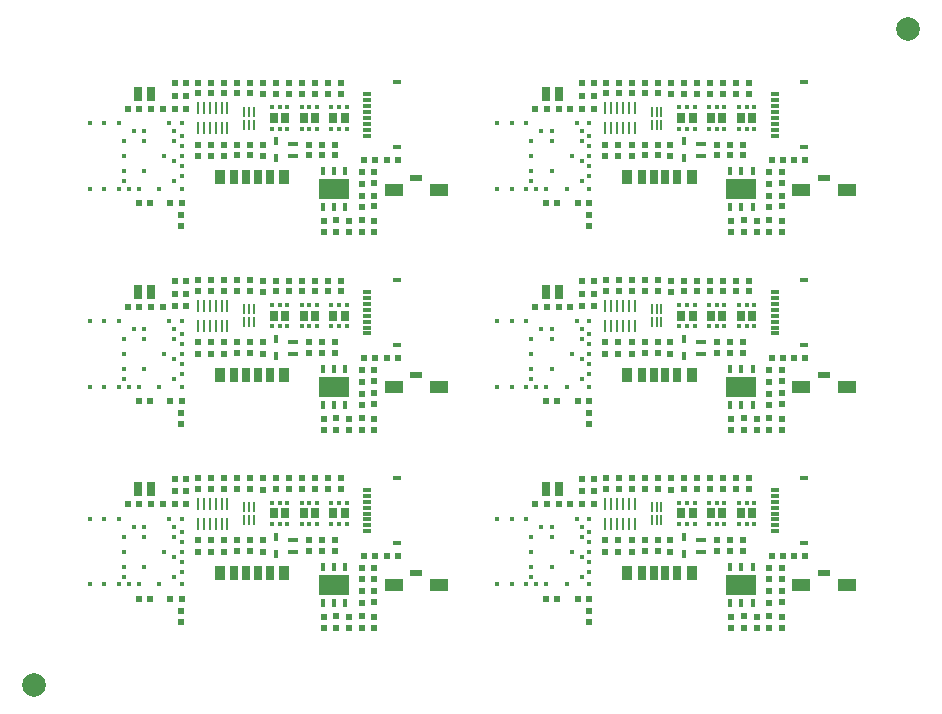
<source format=gbr>
%TF.GenerationSoftware,KiCad,Pcbnew,7.0.9-7.0.9~ubuntu22.04.1*%
%TF.CreationDate,2023-11-19T15:44:39-06:00*%
%TF.ProjectId,BT_PANELIZED,42545f50-414e-4454-9c49-5a45442e6b69,000*%
%TF.SameCoordinates,Original*%
%TF.FileFunction,Paste,Top*%
%TF.FilePolarity,Positive*%
%FSLAX46Y46*%
G04 Gerber Fmt 4.6, Leading zero omitted, Abs format (unit mm)*
G04 Created by KiCad (PCBNEW 7.0.9-7.0.9~ubuntu22.04.1) date 2023-11-19 15:44:39*
%MOMM*%
%LPD*%
G01*
G04 APERTURE LIST*
%ADD10C,2.000000*%
%ADD11R,0.550000X0.500000*%
%ADD12R,0.500000X0.550000*%
%ADD13R,0.600000X0.490000*%
%ADD14R,0.490000X0.600000*%
%ADD15R,0.400000X0.400000*%
%ADD16R,0.500000X0.500000*%
%ADD17R,1.650000X1.050000*%
%ADD18R,1.100000X0.600000*%
%ADD19R,0.250000X1.000000*%
%ADD20R,0.700000X1.150000*%
%ADD21R,0.800000X1.150000*%
%ADD22R,0.900000X1.150000*%
%ADD23R,0.200000X0.850000*%
%ADD24R,0.350000X0.400000*%
%ADD25R,0.650000X0.900000*%
%ADD26R,0.838200X0.406400*%
%ADD27R,0.800000X0.300000*%
%ADD28R,0.800000X0.400000*%
%ADD29R,0.400000X0.800000*%
%ADD30R,2.500000X1.750000*%
%ADD31R,0.700000X1.200000*%
%ADD32R,0.420000X0.700000*%
G04 APERTURE END LIST*
D10*
%TO.C,REF\u002A\u002A*%
X175314263Y-33950000D03*
%TD*%
%TO.C,REF\u002A\u002A*%
X101335737Y-89510000D03*
%TD*%
D11*
%TO.C,C3*%
X163550000Y-82550000D03*
X163550000Y-81570000D03*
%TD*%
D12*
%TO.C,C10*%
X148690000Y-74190000D03*
X147710000Y-74190000D03*
%TD*%
D13*
%TO.C,R15*%
X159110000Y-78147000D03*
X159110000Y-77233000D03*
%TD*%
%TO.C,R6*%
X113780000Y-50657000D03*
X113780000Y-49743000D03*
%TD*%
D11*
%TO.C,C5*%
X115200000Y-43740000D03*
X115200000Y-44720000D03*
%TD*%
D12*
%TO.C,C12*%
X148690000Y-73110000D03*
X147710000Y-73110000D03*
%TD*%
D14*
%TO.C,R18*%
X166597000Y-45030000D03*
X165683000Y-45030000D03*
%TD*%
D15*
%TO.C,U4*%
X140557000Y-80975000D03*
X141777000Y-80975000D03*
X143005000Y-80975000D03*
X143430000Y-80325000D03*
X143855000Y-80975000D03*
X144705000Y-80975000D03*
X146405000Y-80975000D03*
X147680000Y-80325000D03*
X148335000Y-80975000D03*
X148335000Y-79900000D03*
X148335000Y-79050000D03*
X147680000Y-78625000D03*
X148335000Y-78200000D03*
X148335000Y-77350000D03*
X147680000Y-76925000D03*
X148335000Y-76500000D03*
X147680000Y-76075000D03*
X148335000Y-75425000D03*
X147255000Y-75425000D03*
X145130000Y-76075000D03*
X144280000Y-76075000D03*
X143005000Y-75425000D03*
X141777000Y-75425000D03*
X140557000Y-75425000D03*
X143430000Y-79475000D03*
X145130000Y-79475000D03*
X146830000Y-78200000D03*
X145130000Y-76925000D03*
X143430000Y-76925000D03*
X143430000Y-78200000D03*
%TD*%
%TO.C,U4*%
X106057000Y-64225000D03*
X107277000Y-64225000D03*
X108505000Y-64225000D03*
X108930000Y-63575000D03*
X109355000Y-64225000D03*
X110205000Y-64225000D03*
X111905000Y-64225000D03*
X113180000Y-63575000D03*
X113835000Y-64225000D03*
X113835000Y-63150000D03*
X113835000Y-62300000D03*
X113180000Y-61875000D03*
X113835000Y-61450000D03*
X113835000Y-60600000D03*
X113180000Y-60175000D03*
X113835000Y-59750000D03*
X113180000Y-59325000D03*
X113835000Y-58675000D03*
X112755000Y-58675000D03*
X110630000Y-59325000D03*
X109780000Y-59325000D03*
X108505000Y-58675000D03*
X107277000Y-58675000D03*
X106057000Y-58675000D03*
X108930000Y-62725000D03*
X110630000Y-62725000D03*
X112330000Y-61450000D03*
X110630000Y-60175000D03*
X108930000Y-60175000D03*
X108930000Y-61450000D03*
%TD*%
D13*
%TO.C,R12*%
X126810000Y-43733000D03*
X126810000Y-44647000D03*
%TD*%
D16*
%TO.C,D2*%
X163565000Y-50137000D03*
X163565000Y-51137000D03*
%TD*%
D13*
%TO.C,R5*%
X162490000Y-66980000D03*
X162490000Y-67894000D03*
%TD*%
D17*
%TO.C,SW1*%
X166265000Y-81055000D03*
X170115000Y-81055000D03*
D18*
X168190000Y-80030000D03*
%TD*%
D12*
%TO.C,C11*%
X112850000Y-65460000D03*
X113830000Y-65460000D03*
%TD*%
D17*
%TO.C,SW1*%
X131765000Y-81055000D03*
X135615000Y-81055000D03*
D18*
X133690000Y-80030000D03*
%TD*%
D14*
%TO.C,R18*%
X132097000Y-45030000D03*
X131183000Y-45030000D03*
%TD*%
D13*
%TO.C,R16*%
X158520000Y-39417000D03*
X158520000Y-38503000D03*
%TD*%
D19*
%TO.C,U3*%
X115190000Y-59100000D03*
X115690000Y-59100000D03*
X116190000Y-59100000D03*
X116690000Y-59100000D03*
X117190000Y-59100000D03*
X117690000Y-59100000D03*
X117690000Y-57400000D03*
X117190000Y-57400000D03*
X116690000Y-57400000D03*
X116190000Y-57400000D03*
X115690000Y-57400000D03*
X115190000Y-57400000D03*
%TD*%
D13*
%TO.C,R4*%
X119640000Y-56159000D03*
X119640000Y-55245000D03*
%TD*%
D16*
%TO.C,D3*%
X126915000Y-66887000D03*
X126915000Y-67887000D03*
%TD*%
D13*
%TO.C,R4*%
X154140000Y-39409000D03*
X154140000Y-38495000D03*
%TD*%
D11*
%TO.C,C4*%
X163550000Y-62830000D03*
X163550000Y-63810000D03*
%TD*%
D16*
%TO.C,D3*%
X126915000Y-83637000D03*
X126915000Y-84637000D03*
%TD*%
D20*
%TO.C,J1*%
X119270000Y-79990000D03*
D21*
X121290000Y-79990000D03*
D22*
X122520000Y-79990000D03*
D20*
X120270000Y-79990000D03*
D21*
X118250000Y-79990000D03*
D22*
X117020000Y-79990000D03*
%TD*%
D13*
%TO.C,R26*%
X157420000Y-56167000D03*
X157420000Y-55253000D03*
%TD*%
D11*
%TO.C,C2*%
X120730000Y-39480000D03*
X120730000Y-38500000D03*
%TD*%
%TO.C,C5*%
X149700000Y-43740000D03*
X149700000Y-44720000D03*
%TD*%
D13*
%TO.C,R5*%
X162490000Y-83730000D03*
X162490000Y-84644000D03*
%TD*%
%TO.C,R6*%
X148280000Y-84157000D03*
X148280000Y-83243000D03*
%TD*%
%TO.C,R26*%
X122920000Y-39417000D03*
X122920000Y-38503000D03*
%TD*%
%TO.C,R3*%
X118540000Y-56159000D03*
X118540000Y-55245000D03*
%TD*%
D12*
%TO.C,C11*%
X147350000Y-48710000D03*
X148330000Y-48710000D03*
%TD*%
D23*
%TO.C,U1*%
X119920000Y-74440000D03*
X119520000Y-74440000D03*
X119120000Y-74440000D03*
X119120000Y-75540000D03*
X119520000Y-75540000D03*
X119920000Y-75540000D03*
%TD*%
D13*
%TO.C,R16*%
X124020000Y-39417000D03*
X124020000Y-38503000D03*
%TD*%
%TO.C,R23*%
X130140000Y-62823000D03*
X130140000Y-63737000D03*
%TD*%
D14*
%TO.C,R21*%
X111107000Y-48700000D03*
X110193000Y-48700000D03*
%TD*%
D16*
%TO.C,D2*%
X163565000Y-66887000D03*
X163565000Y-67887000D03*
%TD*%
D24*
%TO.C,U7*%
X127790000Y-74060000D03*
X127140000Y-74060000D03*
X126490000Y-74060000D03*
X126490000Y-75880000D03*
X127140000Y-75880000D03*
X127790000Y-75880000D03*
D25*
X126665000Y-74970000D03*
X127615000Y-74970000D03*
%TD*%
D13*
%TO.C,R1*%
X118510000Y-78147000D03*
X118510000Y-77233000D03*
%TD*%
%TO.C,R1*%
X118510000Y-61397000D03*
X118510000Y-60483000D03*
%TD*%
D19*
%TO.C,U3*%
X149690000Y-75850000D03*
X150190000Y-75850000D03*
X150690000Y-75850000D03*
X151190000Y-75850000D03*
X151690000Y-75850000D03*
X152190000Y-75850000D03*
X152190000Y-74150000D03*
X151690000Y-74150000D03*
X151190000Y-74150000D03*
X150690000Y-74150000D03*
X150190000Y-74150000D03*
X149690000Y-74150000D03*
%TD*%
D11*
%TO.C,C3*%
X129050000Y-65800000D03*
X129050000Y-64820000D03*
%TD*%
D13*
%TO.C,R25*%
X125120000Y-72917000D03*
X125120000Y-72003000D03*
%TD*%
D12*
%TO.C,C9*%
X144720000Y-40700000D03*
X143740000Y-40700000D03*
%TD*%
%TO.C,C13*%
X114190000Y-55280000D03*
X113210000Y-55280000D03*
%TD*%
D26*
%TO.C,CR1*%
X157750000Y-61470700D03*
X157750000Y-60429300D03*
%TD*%
D13*
%TO.C,R11*%
X130140000Y-64813000D03*
X130140000Y-65727000D03*
%TD*%
D12*
%TO.C,C8*%
X145730000Y-40700000D03*
X146710000Y-40700000D03*
%TD*%
D14*
%TO.C,R18*%
X132097000Y-78530000D03*
X131183000Y-78530000D03*
%TD*%
D26*
%TO.C,CR1*%
X157750000Y-44720700D03*
X157750000Y-43679300D03*
%TD*%
D11*
%TO.C,C5*%
X149700000Y-60490000D03*
X149700000Y-61470000D03*
%TD*%
D13*
%TO.C,R24*%
X156320000Y-39417000D03*
X156320000Y-38503000D03*
%TD*%
%TO.C,R26*%
X122920000Y-56167000D03*
X122920000Y-55253000D03*
%TD*%
D16*
%TO.C,D2*%
X129065000Y-83637000D03*
X129065000Y-84637000D03*
%TD*%
D14*
%TO.C,R17*%
X163783000Y-78530000D03*
X164697000Y-78530000D03*
%TD*%
D27*
%TO.C,J2*%
X164040000Y-72980000D03*
X164040000Y-73480000D03*
X164040000Y-73980000D03*
X164040000Y-74480000D03*
X164040000Y-74980000D03*
X164040000Y-75480000D03*
X164040000Y-75980000D03*
X164040000Y-76480000D03*
D28*
X166540000Y-71980000D03*
X166540000Y-77480000D03*
%TD*%
D23*
%TO.C,U1*%
X119920000Y-57690000D03*
X119520000Y-57690000D03*
X119120000Y-57690000D03*
X119120000Y-58790000D03*
X119520000Y-58790000D03*
X119920000Y-58790000D03*
%TD*%
D13*
%TO.C,R8*%
X125840000Y-51144000D03*
X125840000Y-50230000D03*
%TD*%
%TO.C,R2*%
X154110000Y-61397000D03*
X154110000Y-60483000D03*
%TD*%
%TO.C,R9*%
X149740000Y-38495000D03*
X149740000Y-39409000D03*
%TD*%
%TO.C,R23*%
X164640000Y-79573000D03*
X164640000Y-80487000D03*
%TD*%
D27*
%TO.C,J2*%
X129540000Y-39480000D03*
X129540000Y-39980000D03*
X129540000Y-40480000D03*
X129540000Y-40980000D03*
X129540000Y-41480000D03*
X129540000Y-41980000D03*
X129540000Y-42480000D03*
X129540000Y-42980000D03*
D28*
X132040000Y-38480000D03*
X132040000Y-43980000D03*
%TD*%
D29*
%TO.C,U2*%
X162160000Y-62760000D03*
X161210000Y-62760000D03*
X160260000Y-62760000D03*
X160260000Y-65760000D03*
X161210000Y-65760000D03*
X162160000Y-65760000D03*
D30*
X161210000Y-64260000D03*
%TD*%
D24*
%TO.C,U6*%
X159770000Y-74060000D03*
X159120000Y-74060000D03*
X158470000Y-74060000D03*
X158470000Y-75880000D03*
X159120000Y-75880000D03*
X159770000Y-75880000D03*
D25*
X158645000Y-74970000D03*
X159595000Y-74970000D03*
%TD*%
D11*
%TO.C,C4*%
X129050000Y-79580000D03*
X129050000Y-80560000D03*
%TD*%
D12*
%TO.C,C12*%
X114190000Y-39610000D03*
X113210000Y-39610000D03*
%TD*%
D11*
%TO.C,C2*%
X155230000Y-39480000D03*
X155230000Y-38500000D03*
%TD*%
%TO.C,C5*%
X115200000Y-60490000D03*
X115200000Y-61470000D03*
%TD*%
D31*
%TO.C,Y1*%
X111250000Y-72940000D03*
X110150000Y-72940000D03*
%TD*%
D26*
%TO.C,CR1*%
X123250000Y-44720700D03*
X123250000Y-43679300D03*
%TD*%
D24*
%TO.C,U7*%
X162290000Y-40560000D03*
X161640000Y-40560000D03*
X160990000Y-40560000D03*
X160990000Y-42380000D03*
X161640000Y-42380000D03*
X162290000Y-42380000D03*
D25*
X161165000Y-41470000D03*
X162115000Y-41470000D03*
%TD*%
D13*
%TO.C,R5*%
X127990000Y-66980000D03*
X127990000Y-67894000D03*
%TD*%
D11*
%TO.C,C2*%
X155230000Y-56230000D03*
X155230000Y-55250000D03*
%TD*%
%TO.C,C1*%
X155200000Y-60490000D03*
X155200000Y-61470000D03*
%TD*%
D13*
%TO.C,R13*%
X126220000Y-39417000D03*
X126220000Y-38503000D03*
%TD*%
%TO.C,R8*%
X160340000Y-67894000D03*
X160340000Y-66980000D03*
%TD*%
%TO.C,R22*%
X161820000Y-38503000D03*
X161820000Y-39417000D03*
%TD*%
D11*
%TO.C,C1*%
X120700000Y-77240000D03*
X120700000Y-78220000D03*
%TD*%
D13*
%TO.C,R20*%
X151940000Y-55245000D03*
X151940000Y-56159000D03*
%TD*%
D14*
%TO.C,R17*%
X129283000Y-45030000D03*
X130197000Y-45030000D03*
%TD*%
D13*
%TO.C,R26*%
X157420000Y-39417000D03*
X157420000Y-38503000D03*
%TD*%
%TO.C,R19*%
X130140000Y-83730000D03*
X130140000Y-84644000D03*
%TD*%
D11*
%TO.C,C6*%
X116290000Y-43740000D03*
X116290000Y-44720000D03*
%TD*%
%TO.C,C2*%
X155230000Y-72980000D03*
X155230000Y-72000000D03*
%TD*%
D14*
%TO.C,R17*%
X163783000Y-45030000D03*
X164697000Y-45030000D03*
%TD*%
D20*
%TO.C,J1*%
X153770000Y-79990000D03*
D21*
X155790000Y-79990000D03*
D22*
X157020000Y-79990000D03*
D20*
X154770000Y-79990000D03*
D21*
X152750000Y-79990000D03*
D22*
X151520000Y-79990000D03*
%TD*%
D11*
%TO.C,C2*%
X120730000Y-56230000D03*
X120730000Y-55250000D03*
%TD*%
D12*
%TO.C,C13*%
X148690000Y-72030000D03*
X147710000Y-72030000D03*
%TD*%
D13*
%TO.C,R20*%
X117440000Y-71995000D03*
X117440000Y-72909000D03*
%TD*%
D11*
%TO.C,C7*%
X117410000Y-77240000D03*
X117410000Y-78220000D03*
%TD*%
D13*
%TO.C,R3*%
X118540000Y-39409000D03*
X118540000Y-38495000D03*
%TD*%
%TO.C,R25*%
X159620000Y-39417000D03*
X159620000Y-38503000D03*
%TD*%
D12*
%TO.C,C12*%
X148690000Y-56360000D03*
X147710000Y-56360000D03*
%TD*%
D16*
%TO.C,D3*%
X161415000Y-50137000D03*
X161415000Y-51137000D03*
%TD*%
D13*
%TO.C,R15*%
X159110000Y-44647000D03*
X159110000Y-43733000D03*
%TD*%
D17*
%TO.C,SW1*%
X166265000Y-47555000D03*
X170115000Y-47555000D03*
D18*
X168190000Y-46530000D03*
%TD*%
D13*
%TO.C,R11*%
X164640000Y-64813000D03*
X164640000Y-65727000D03*
%TD*%
%TO.C,R11*%
X164640000Y-48063000D03*
X164640000Y-48977000D03*
%TD*%
%TO.C,R13*%
X160720000Y-39417000D03*
X160720000Y-38503000D03*
%TD*%
%TO.C,R10*%
X150840000Y-71995000D03*
X150840000Y-72909000D03*
%TD*%
%TO.C,R23*%
X164640000Y-62823000D03*
X164640000Y-63737000D03*
%TD*%
%TO.C,R22*%
X161820000Y-55253000D03*
X161820000Y-56167000D03*
%TD*%
%TO.C,R15*%
X124610000Y-78147000D03*
X124610000Y-77233000D03*
%TD*%
%TO.C,R6*%
X113780000Y-84157000D03*
X113780000Y-83243000D03*
%TD*%
%TO.C,R20*%
X117440000Y-38495000D03*
X117440000Y-39409000D03*
%TD*%
D31*
%TO.C,Y1*%
X145750000Y-39440000D03*
X144650000Y-39440000D03*
%TD*%
D11*
%TO.C,C3*%
X129050000Y-49050000D03*
X129050000Y-48070000D03*
%TD*%
D13*
%TO.C,R15*%
X159110000Y-61397000D03*
X159110000Y-60483000D03*
%TD*%
%TO.C,R26*%
X157420000Y-72917000D03*
X157420000Y-72003000D03*
%TD*%
%TO.C,R11*%
X130140000Y-48063000D03*
X130140000Y-48977000D03*
%TD*%
D31*
%TO.C,Y1*%
X145750000Y-56190000D03*
X144650000Y-56190000D03*
%TD*%
D13*
%TO.C,R25*%
X125120000Y-39417000D03*
X125120000Y-38503000D03*
%TD*%
D14*
%TO.C,R17*%
X129283000Y-61780000D03*
X130197000Y-61780000D03*
%TD*%
D13*
%TO.C,R6*%
X148280000Y-67407000D03*
X148280000Y-66493000D03*
%TD*%
%TO.C,R20*%
X117440000Y-55245000D03*
X117440000Y-56159000D03*
%TD*%
%TO.C,R8*%
X125840000Y-67894000D03*
X125840000Y-66980000D03*
%TD*%
D11*
%TO.C,C5*%
X149700000Y-77240000D03*
X149700000Y-78220000D03*
%TD*%
%TO.C,C6*%
X150790000Y-77240000D03*
X150790000Y-78220000D03*
%TD*%
D12*
%TO.C,C13*%
X148690000Y-38530000D03*
X147710000Y-38530000D03*
%TD*%
D13*
%TO.C,R16*%
X158520000Y-72917000D03*
X158520000Y-72003000D03*
%TD*%
%TO.C,R2*%
X119610000Y-78147000D03*
X119610000Y-77233000D03*
%TD*%
D12*
%TO.C,C13*%
X114190000Y-72030000D03*
X113210000Y-72030000D03*
%TD*%
D13*
%TO.C,R6*%
X113780000Y-67407000D03*
X113780000Y-66493000D03*
%TD*%
D24*
%TO.C,U7*%
X127790000Y-40560000D03*
X127140000Y-40560000D03*
X126490000Y-40560000D03*
X126490000Y-42380000D03*
X127140000Y-42380000D03*
X127790000Y-42380000D03*
D25*
X126665000Y-41470000D03*
X127615000Y-41470000D03*
%TD*%
D15*
%TO.C,U4*%
X106057000Y-47475000D03*
X107277000Y-47475000D03*
X108505000Y-47475000D03*
X108930000Y-46825000D03*
X109355000Y-47475000D03*
X110205000Y-47475000D03*
X111905000Y-47475000D03*
X113180000Y-46825000D03*
X113835000Y-47475000D03*
X113835000Y-46400000D03*
X113835000Y-45550000D03*
X113180000Y-45125000D03*
X113835000Y-44700000D03*
X113835000Y-43850000D03*
X113180000Y-43425000D03*
X113835000Y-43000000D03*
X113180000Y-42575000D03*
X113835000Y-41925000D03*
X112755000Y-41925000D03*
X110630000Y-42575000D03*
X109780000Y-42575000D03*
X108505000Y-41925000D03*
X107277000Y-41925000D03*
X106057000Y-41925000D03*
X108930000Y-45975000D03*
X110630000Y-45975000D03*
X112330000Y-44700000D03*
X110630000Y-43425000D03*
X108930000Y-43425000D03*
X108930000Y-44700000D03*
%TD*%
D13*
%TO.C,R2*%
X154110000Y-44647000D03*
X154110000Y-43733000D03*
%TD*%
%TO.C,R24*%
X156320000Y-56167000D03*
X156320000Y-55253000D03*
%TD*%
D14*
%TO.C,R18*%
X166597000Y-61780000D03*
X165683000Y-61780000D03*
%TD*%
D15*
%TO.C,U4*%
X140557000Y-47475000D03*
X141777000Y-47475000D03*
X143005000Y-47475000D03*
X143430000Y-46825000D03*
X143855000Y-47475000D03*
X144705000Y-47475000D03*
X146405000Y-47475000D03*
X147680000Y-46825000D03*
X148335000Y-47475000D03*
X148335000Y-46400000D03*
X148335000Y-45550000D03*
X147680000Y-45125000D03*
X148335000Y-44700000D03*
X148335000Y-43850000D03*
X147680000Y-43425000D03*
X148335000Y-43000000D03*
X147680000Y-42575000D03*
X148335000Y-41925000D03*
X147255000Y-41925000D03*
X145130000Y-42575000D03*
X144280000Y-42575000D03*
X143005000Y-41925000D03*
X141777000Y-41925000D03*
X140557000Y-41925000D03*
X143430000Y-45975000D03*
X145130000Y-45975000D03*
X146830000Y-44700000D03*
X145130000Y-43425000D03*
X143430000Y-43425000D03*
X143430000Y-44700000D03*
%TD*%
D13*
%TO.C,R5*%
X127990000Y-50230000D03*
X127990000Y-51144000D03*
%TD*%
D23*
%TO.C,U1*%
X154420000Y-57690000D03*
X154020000Y-57690000D03*
X153620000Y-57690000D03*
X153620000Y-58790000D03*
X154020000Y-58790000D03*
X154420000Y-58790000D03*
%TD*%
D13*
%TO.C,R24*%
X156320000Y-72917000D03*
X156320000Y-72003000D03*
%TD*%
%TO.C,R22*%
X161820000Y-72003000D03*
X161820000Y-72917000D03*
%TD*%
D24*
%TO.C,U5*%
X122750000Y-57310000D03*
X122100000Y-57310000D03*
X121450000Y-57310000D03*
X121450000Y-59130000D03*
X122100000Y-59130000D03*
X122750000Y-59130000D03*
D25*
X121625000Y-58220000D03*
X122575000Y-58220000D03*
%TD*%
D12*
%TO.C,C13*%
X148690000Y-55280000D03*
X147710000Y-55280000D03*
%TD*%
D11*
%TO.C,C2*%
X120730000Y-72980000D03*
X120730000Y-72000000D03*
%TD*%
D13*
%TO.C,R14*%
X160210000Y-43733000D03*
X160210000Y-44647000D03*
%TD*%
%TO.C,R10*%
X150840000Y-38495000D03*
X150840000Y-39409000D03*
%TD*%
%TO.C,R15*%
X124610000Y-61397000D03*
X124610000Y-60483000D03*
%TD*%
D12*
%TO.C,C9*%
X144720000Y-57450000D03*
X143740000Y-57450000D03*
%TD*%
D16*
%TO.C,D2*%
X129065000Y-66887000D03*
X129065000Y-67887000D03*
%TD*%
D13*
%TO.C,R2*%
X119610000Y-44647000D03*
X119610000Y-43733000D03*
%TD*%
%TO.C,R11*%
X130140000Y-81563000D03*
X130140000Y-82477000D03*
%TD*%
%TO.C,R25*%
X159620000Y-72917000D03*
X159620000Y-72003000D03*
%TD*%
D14*
%TO.C,R17*%
X129283000Y-78530000D03*
X130197000Y-78530000D03*
%TD*%
D13*
%TO.C,R3*%
X153040000Y-39409000D03*
X153040000Y-38495000D03*
%TD*%
D12*
%TO.C,C12*%
X114190000Y-56360000D03*
X113210000Y-56360000D03*
%TD*%
D11*
%TO.C,C4*%
X163550000Y-79580000D03*
X163550000Y-80560000D03*
%TD*%
D32*
%TO.C,D1*%
X121840000Y-61635000D03*
X121840000Y-60185000D03*
%TD*%
D13*
%TO.C,R25*%
X159620000Y-56167000D03*
X159620000Y-55253000D03*
%TD*%
D11*
%TO.C,C4*%
X163550000Y-46080000D03*
X163550000Y-47060000D03*
%TD*%
D12*
%TO.C,C8*%
X111230000Y-40700000D03*
X112210000Y-40700000D03*
%TD*%
D14*
%TO.C,R21*%
X145607000Y-82200000D03*
X144693000Y-82200000D03*
%TD*%
D13*
%TO.C,R12*%
X126810000Y-60483000D03*
X126810000Y-61397000D03*
%TD*%
D12*
%TO.C,C11*%
X112850000Y-82210000D03*
X113830000Y-82210000D03*
%TD*%
D27*
%TO.C,J2*%
X164040000Y-56230000D03*
X164040000Y-56730000D03*
X164040000Y-57230000D03*
X164040000Y-57730000D03*
X164040000Y-58230000D03*
X164040000Y-58730000D03*
X164040000Y-59230000D03*
X164040000Y-59730000D03*
D28*
X166540000Y-55230000D03*
X166540000Y-60730000D03*
%TD*%
D24*
%TO.C,U6*%
X125270000Y-74060000D03*
X124620000Y-74060000D03*
X123970000Y-74060000D03*
X123970000Y-75880000D03*
X124620000Y-75880000D03*
X125270000Y-75880000D03*
D25*
X124145000Y-74970000D03*
X125095000Y-74970000D03*
%TD*%
D12*
%TO.C,C10*%
X114190000Y-74190000D03*
X113210000Y-74190000D03*
%TD*%
D13*
%TO.C,R14*%
X160210000Y-77233000D03*
X160210000Y-78147000D03*
%TD*%
D12*
%TO.C,C8*%
X145730000Y-57450000D03*
X146710000Y-57450000D03*
%TD*%
D29*
%TO.C,U2*%
X162160000Y-46010000D03*
X161210000Y-46010000D03*
X160260000Y-46010000D03*
X160260000Y-49010000D03*
X161210000Y-49010000D03*
X162160000Y-49010000D03*
D30*
X161210000Y-47510000D03*
%TD*%
D11*
%TO.C,C5*%
X115200000Y-77240000D03*
X115200000Y-78220000D03*
%TD*%
D13*
%TO.C,R19*%
X130140000Y-66980000D03*
X130140000Y-67894000D03*
%TD*%
D11*
%TO.C,C7*%
X151910000Y-43740000D03*
X151910000Y-44720000D03*
%TD*%
D12*
%TO.C,C11*%
X147350000Y-65460000D03*
X148330000Y-65460000D03*
%TD*%
%TO.C,C9*%
X110220000Y-40700000D03*
X109240000Y-40700000D03*
%TD*%
D17*
%TO.C,SW1*%
X131765000Y-47555000D03*
X135615000Y-47555000D03*
D18*
X133690000Y-46530000D03*
%TD*%
D19*
%TO.C,U3*%
X115190000Y-75850000D03*
X115690000Y-75850000D03*
X116190000Y-75850000D03*
X116690000Y-75850000D03*
X117190000Y-75850000D03*
X117690000Y-75850000D03*
X117690000Y-74150000D03*
X117190000Y-74150000D03*
X116690000Y-74150000D03*
X116190000Y-74150000D03*
X115690000Y-74150000D03*
X115190000Y-74150000D03*
%TD*%
D13*
%TO.C,R22*%
X127320000Y-72003000D03*
X127320000Y-72917000D03*
%TD*%
D19*
%TO.C,U3*%
X149690000Y-42350000D03*
X150190000Y-42350000D03*
X150690000Y-42350000D03*
X151190000Y-42350000D03*
X151690000Y-42350000D03*
X152190000Y-42350000D03*
X152190000Y-40650000D03*
X151690000Y-40650000D03*
X151190000Y-40650000D03*
X150690000Y-40650000D03*
X150190000Y-40650000D03*
X149690000Y-40650000D03*
%TD*%
D32*
%TO.C,D1*%
X156340000Y-61635000D03*
X156340000Y-60185000D03*
%TD*%
D13*
%TO.C,R14*%
X160210000Y-60483000D03*
X160210000Y-61397000D03*
%TD*%
D11*
%TO.C,C6*%
X116290000Y-60490000D03*
X116290000Y-61470000D03*
%TD*%
D12*
%TO.C,C11*%
X112850000Y-48710000D03*
X113830000Y-48710000D03*
%TD*%
D13*
%TO.C,R22*%
X127320000Y-55253000D03*
X127320000Y-56167000D03*
%TD*%
D15*
%TO.C,U4*%
X140557000Y-64225000D03*
X141777000Y-64225000D03*
X143005000Y-64225000D03*
X143430000Y-63575000D03*
X143855000Y-64225000D03*
X144705000Y-64225000D03*
X146405000Y-64225000D03*
X147680000Y-63575000D03*
X148335000Y-64225000D03*
X148335000Y-63150000D03*
X148335000Y-62300000D03*
X147680000Y-61875000D03*
X148335000Y-61450000D03*
X148335000Y-60600000D03*
X147680000Y-60175000D03*
X148335000Y-59750000D03*
X147680000Y-59325000D03*
X148335000Y-58675000D03*
X147255000Y-58675000D03*
X145130000Y-59325000D03*
X144280000Y-59325000D03*
X143005000Y-58675000D03*
X141777000Y-58675000D03*
X140557000Y-58675000D03*
X143430000Y-62725000D03*
X145130000Y-62725000D03*
X146830000Y-61450000D03*
X145130000Y-60175000D03*
X143430000Y-60175000D03*
X143430000Y-61450000D03*
%TD*%
D13*
%TO.C,R26*%
X122920000Y-72917000D03*
X122920000Y-72003000D03*
%TD*%
D11*
%TO.C,C3*%
X129050000Y-82550000D03*
X129050000Y-81570000D03*
%TD*%
D13*
%TO.C,R19*%
X130140000Y-50230000D03*
X130140000Y-51144000D03*
%TD*%
D20*
%TO.C,J1*%
X119270000Y-63240000D03*
D21*
X121290000Y-63240000D03*
D22*
X122520000Y-63240000D03*
D20*
X120270000Y-63240000D03*
D21*
X118250000Y-63240000D03*
D22*
X117020000Y-63240000D03*
%TD*%
D11*
%TO.C,C6*%
X116290000Y-77240000D03*
X116290000Y-78220000D03*
%TD*%
D12*
%TO.C,C13*%
X114190000Y-38530000D03*
X113210000Y-38530000D03*
%TD*%
D13*
%TO.C,R11*%
X164640000Y-81563000D03*
X164640000Y-82477000D03*
%TD*%
D31*
%TO.C,Y1*%
X111250000Y-56190000D03*
X110150000Y-56190000D03*
%TD*%
D13*
%TO.C,R4*%
X154140000Y-72909000D03*
X154140000Y-71995000D03*
%TD*%
%TO.C,R8*%
X125840000Y-84644000D03*
X125840000Y-83730000D03*
%TD*%
D11*
%TO.C,C4*%
X129050000Y-62830000D03*
X129050000Y-63810000D03*
%TD*%
D17*
%TO.C,SW1*%
X166265000Y-64305000D03*
X170115000Y-64305000D03*
D18*
X168190000Y-63280000D03*
%TD*%
D26*
%TO.C,CR1*%
X157750000Y-78220700D03*
X157750000Y-77179300D03*
%TD*%
D16*
%TO.C,D3*%
X161415000Y-66887000D03*
X161415000Y-67887000D03*
%TD*%
D20*
%TO.C,J1*%
X153770000Y-46490000D03*
D21*
X155790000Y-46490000D03*
D22*
X157020000Y-46490000D03*
D20*
X154770000Y-46490000D03*
D21*
X152750000Y-46490000D03*
D22*
X151520000Y-46490000D03*
%TD*%
D26*
%TO.C,CR1*%
X123250000Y-61470700D03*
X123250000Y-60429300D03*
%TD*%
D29*
%TO.C,U2*%
X127660000Y-79510000D03*
X126710000Y-79510000D03*
X125760000Y-79510000D03*
X125760000Y-82510000D03*
X126710000Y-82510000D03*
X127660000Y-82510000D03*
D30*
X126710000Y-81010000D03*
%TD*%
D23*
%TO.C,U1*%
X154420000Y-40940000D03*
X154020000Y-40940000D03*
X153620000Y-40940000D03*
X153620000Y-42040000D03*
X154020000Y-42040000D03*
X154420000Y-42040000D03*
%TD*%
D13*
%TO.C,R23*%
X130140000Y-46073000D03*
X130140000Y-46987000D03*
%TD*%
D14*
%TO.C,R17*%
X163783000Y-61780000D03*
X164697000Y-61780000D03*
%TD*%
D11*
%TO.C,C7*%
X117410000Y-43740000D03*
X117410000Y-44720000D03*
%TD*%
D31*
%TO.C,Y1*%
X111250000Y-39440000D03*
X110150000Y-39440000D03*
%TD*%
D13*
%TO.C,R23*%
X130140000Y-79573000D03*
X130140000Y-80487000D03*
%TD*%
D27*
%TO.C,J2*%
X164040000Y-39480000D03*
X164040000Y-39980000D03*
X164040000Y-40480000D03*
X164040000Y-40980000D03*
X164040000Y-41480000D03*
X164040000Y-41980000D03*
X164040000Y-42480000D03*
X164040000Y-42980000D03*
D28*
X166540000Y-38480000D03*
X166540000Y-43980000D03*
%TD*%
D13*
%TO.C,R4*%
X154140000Y-56159000D03*
X154140000Y-55245000D03*
%TD*%
D11*
%TO.C,C3*%
X163550000Y-49050000D03*
X163550000Y-48070000D03*
%TD*%
D12*
%TO.C,C10*%
X148690000Y-57440000D03*
X147710000Y-57440000D03*
%TD*%
D32*
%TO.C,D1*%
X121840000Y-78385000D03*
X121840000Y-76935000D03*
%TD*%
D14*
%TO.C,R21*%
X111107000Y-65450000D03*
X110193000Y-65450000D03*
%TD*%
D13*
%TO.C,R13*%
X126220000Y-72917000D03*
X126220000Y-72003000D03*
%TD*%
%TO.C,R16*%
X124020000Y-72917000D03*
X124020000Y-72003000D03*
%TD*%
%TO.C,R25*%
X125120000Y-56167000D03*
X125120000Y-55253000D03*
%TD*%
D32*
%TO.C,D1*%
X121840000Y-44885000D03*
X121840000Y-43435000D03*
%TD*%
D13*
%TO.C,R4*%
X119640000Y-39409000D03*
X119640000Y-38495000D03*
%TD*%
%TO.C,R19*%
X164640000Y-50230000D03*
X164640000Y-51144000D03*
%TD*%
%TO.C,R13*%
X160720000Y-72917000D03*
X160720000Y-72003000D03*
%TD*%
D11*
%TO.C,C7*%
X151910000Y-77240000D03*
X151910000Y-78220000D03*
%TD*%
D24*
%TO.C,U5*%
X157250000Y-40560000D03*
X156600000Y-40560000D03*
X155950000Y-40560000D03*
X155950000Y-42380000D03*
X156600000Y-42380000D03*
X157250000Y-42380000D03*
D25*
X156125000Y-41470000D03*
X157075000Y-41470000D03*
%TD*%
D16*
%TO.C,D2*%
X129065000Y-50137000D03*
X129065000Y-51137000D03*
%TD*%
D14*
%TO.C,R18*%
X132097000Y-61780000D03*
X131183000Y-61780000D03*
%TD*%
D13*
%TO.C,R14*%
X125710000Y-43733000D03*
X125710000Y-44647000D03*
%TD*%
%TO.C,R12*%
X161310000Y-60483000D03*
X161310000Y-61397000D03*
%TD*%
%TO.C,R3*%
X153040000Y-56159000D03*
X153040000Y-55245000D03*
%TD*%
%TO.C,R19*%
X164640000Y-83730000D03*
X164640000Y-84644000D03*
%TD*%
D24*
%TO.C,U6*%
X125270000Y-57310000D03*
X124620000Y-57310000D03*
X123970000Y-57310000D03*
X123970000Y-59130000D03*
X124620000Y-59130000D03*
X125270000Y-59130000D03*
D25*
X124145000Y-58220000D03*
X125095000Y-58220000D03*
%TD*%
D11*
%TO.C,C7*%
X117410000Y-60490000D03*
X117410000Y-61470000D03*
%TD*%
D12*
%TO.C,C12*%
X114190000Y-73110000D03*
X113210000Y-73110000D03*
%TD*%
D13*
%TO.C,R14*%
X125710000Y-60483000D03*
X125710000Y-61397000D03*
%TD*%
%TO.C,R16*%
X158520000Y-56167000D03*
X158520000Y-55253000D03*
%TD*%
%TO.C,R1*%
X118510000Y-44647000D03*
X118510000Y-43733000D03*
%TD*%
D27*
%TO.C,J2*%
X129540000Y-56230000D03*
X129540000Y-56730000D03*
X129540000Y-57230000D03*
X129540000Y-57730000D03*
X129540000Y-58230000D03*
X129540000Y-58730000D03*
X129540000Y-59230000D03*
X129540000Y-59730000D03*
D28*
X132040000Y-55230000D03*
X132040000Y-60730000D03*
%TD*%
D12*
%TO.C,C11*%
X147350000Y-82210000D03*
X148330000Y-82210000D03*
%TD*%
%TO.C,C8*%
X145730000Y-74200000D03*
X146710000Y-74200000D03*
%TD*%
%TO.C,C8*%
X111230000Y-74200000D03*
X112210000Y-74200000D03*
%TD*%
D16*
%TO.C,D2*%
X163565000Y-83637000D03*
X163565000Y-84637000D03*
%TD*%
D13*
%TO.C,R9*%
X115240000Y-55245000D03*
X115240000Y-56159000D03*
%TD*%
D29*
%TO.C,U2*%
X127660000Y-46010000D03*
X126710000Y-46010000D03*
X125760000Y-46010000D03*
X125760000Y-49010000D03*
X126710000Y-49010000D03*
X127660000Y-49010000D03*
D30*
X126710000Y-47510000D03*
%TD*%
D15*
%TO.C,U4*%
X106057000Y-80975000D03*
X107277000Y-80975000D03*
X108505000Y-80975000D03*
X108930000Y-80325000D03*
X109355000Y-80975000D03*
X110205000Y-80975000D03*
X111905000Y-80975000D03*
X113180000Y-80325000D03*
X113835000Y-80975000D03*
X113835000Y-79900000D03*
X113835000Y-79050000D03*
X113180000Y-78625000D03*
X113835000Y-78200000D03*
X113835000Y-77350000D03*
X113180000Y-76925000D03*
X113835000Y-76500000D03*
X113180000Y-76075000D03*
X113835000Y-75425000D03*
X112755000Y-75425000D03*
X110630000Y-76075000D03*
X109780000Y-76075000D03*
X108505000Y-75425000D03*
X107277000Y-75425000D03*
X106057000Y-75425000D03*
X108930000Y-79475000D03*
X110630000Y-79475000D03*
X112330000Y-78200000D03*
X110630000Y-76925000D03*
X108930000Y-76925000D03*
X108930000Y-78200000D03*
%TD*%
D24*
%TO.C,U7*%
X162290000Y-57310000D03*
X161640000Y-57310000D03*
X160990000Y-57310000D03*
X160990000Y-59130000D03*
X161640000Y-59130000D03*
X162290000Y-59130000D03*
D25*
X161165000Y-58220000D03*
X162115000Y-58220000D03*
%TD*%
D12*
%TO.C,C12*%
X148690000Y-39610000D03*
X147710000Y-39610000D03*
%TD*%
D13*
%TO.C,R6*%
X148280000Y-50657000D03*
X148280000Y-49743000D03*
%TD*%
%TO.C,R8*%
X160340000Y-84644000D03*
X160340000Y-83730000D03*
%TD*%
D20*
%TO.C,J1*%
X119270000Y-46490000D03*
D21*
X121290000Y-46490000D03*
D22*
X122520000Y-46490000D03*
D20*
X120270000Y-46490000D03*
D21*
X118250000Y-46490000D03*
D22*
X117020000Y-46490000D03*
%TD*%
D11*
%TO.C,C1*%
X120700000Y-60490000D03*
X120700000Y-61470000D03*
%TD*%
D24*
%TO.C,U6*%
X159770000Y-40560000D03*
X159120000Y-40560000D03*
X158470000Y-40560000D03*
X158470000Y-42380000D03*
X159120000Y-42380000D03*
X159770000Y-42380000D03*
D25*
X158645000Y-41470000D03*
X159595000Y-41470000D03*
%TD*%
D13*
%TO.C,R3*%
X118540000Y-72909000D03*
X118540000Y-71995000D03*
%TD*%
%TO.C,R24*%
X121820000Y-56167000D03*
X121820000Y-55253000D03*
%TD*%
%TO.C,R10*%
X150840000Y-55245000D03*
X150840000Y-56159000D03*
%TD*%
D29*
%TO.C,U2*%
X162160000Y-79510000D03*
X161210000Y-79510000D03*
X160260000Y-79510000D03*
X160260000Y-82510000D03*
X161210000Y-82510000D03*
X162160000Y-82510000D03*
D30*
X161210000Y-81010000D03*
%TD*%
D14*
%TO.C,R18*%
X166597000Y-78530000D03*
X165683000Y-78530000D03*
%TD*%
D27*
%TO.C,J2*%
X129540000Y-72980000D03*
X129540000Y-73480000D03*
X129540000Y-73980000D03*
X129540000Y-74480000D03*
X129540000Y-74980000D03*
X129540000Y-75480000D03*
X129540000Y-75980000D03*
X129540000Y-76480000D03*
D28*
X132040000Y-71980000D03*
X132040000Y-77480000D03*
%TD*%
D31*
%TO.C,Y1*%
X145750000Y-72940000D03*
X144650000Y-72940000D03*
%TD*%
D13*
%TO.C,R9*%
X149740000Y-55245000D03*
X149740000Y-56159000D03*
%TD*%
D16*
%TO.C,D3*%
X126915000Y-50137000D03*
X126915000Y-51137000D03*
%TD*%
D13*
%TO.C,R9*%
X149740000Y-71995000D03*
X149740000Y-72909000D03*
%TD*%
%TO.C,R2*%
X119610000Y-61397000D03*
X119610000Y-60483000D03*
%TD*%
D12*
%TO.C,C9*%
X110220000Y-57450000D03*
X109240000Y-57450000D03*
%TD*%
D11*
%TO.C,C1*%
X155200000Y-43740000D03*
X155200000Y-44720000D03*
%TD*%
D13*
%TO.C,R13*%
X160720000Y-56167000D03*
X160720000Y-55253000D03*
%TD*%
D19*
%TO.C,U3*%
X149690000Y-59100000D03*
X150190000Y-59100000D03*
X150690000Y-59100000D03*
X151190000Y-59100000D03*
X151690000Y-59100000D03*
X152190000Y-59100000D03*
X152190000Y-57400000D03*
X151690000Y-57400000D03*
X151190000Y-57400000D03*
X150690000Y-57400000D03*
X150190000Y-57400000D03*
X149690000Y-57400000D03*
%TD*%
D13*
%TO.C,R3*%
X153040000Y-72909000D03*
X153040000Y-71995000D03*
%TD*%
%TO.C,R10*%
X116340000Y-71995000D03*
X116340000Y-72909000D03*
%TD*%
D24*
%TO.C,U7*%
X162290000Y-74060000D03*
X161640000Y-74060000D03*
X160990000Y-74060000D03*
X160990000Y-75880000D03*
X161640000Y-75880000D03*
X162290000Y-75880000D03*
D25*
X161165000Y-74970000D03*
X162115000Y-74970000D03*
%TD*%
D13*
%TO.C,R24*%
X121820000Y-39417000D03*
X121820000Y-38503000D03*
%TD*%
%TO.C,R12*%
X126810000Y-77233000D03*
X126810000Y-78147000D03*
%TD*%
D32*
%TO.C,D1*%
X156340000Y-44885000D03*
X156340000Y-43435000D03*
%TD*%
D24*
%TO.C,U5*%
X157250000Y-74060000D03*
X156600000Y-74060000D03*
X155950000Y-74060000D03*
X155950000Y-75880000D03*
X156600000Y-75880000D03*
X157250000Y-75880000D03*
D25*
X156125000Y-74970000D03*
X157075000Y-74970000D03*
%TD*%
D32*
%TO.C,D1*%
X156340000Y-78385000D03*
X156340000Y-76935000D03*
%TD*%
D24*
%TO.C,U7*%
X127790000Y-57310000D03*
X127140000Y-57310000D03*
X126490000Y-57310000D03*
X126490000Y-59130000D03*
X127140000Y-59130000D03*
X127790000Y-59130000D03*
D25*
X126665000Y-58220000D03*
X127615000Y-58220000D03*
%TD*%
D13*
%TO.C,R16*%
X124020000Y-56167000D03*
X124020000Y-55253000D03*
%TD*%
%TO.C,R14*%
X125710000Y-77233000D03*
X125710000Y-78147000D03*
%TD*%
%TO.C,R5*%
X162490000Y-50230000D03*
X162490000Y-51144000D03*
%TD*%
D24*
%TO.C,U5*%
X122750000Y-40560000D03*
X122100000Y-40560000D03*
X121450000Y-40560000D03*
X121450000Y-42380000D03*
X122100000Y-42380000D03*
X122750000Y-42380000D03*
D25*
X121625000Y-41470000D03*
X122575000Y-41470000D03*
%TD*%
D13*
%TO.C,R9*%
X115240000Y-38495000D03*
X115240000Y-39409000D03*
%TD*%
D12*
%TO.C,C8*%
X111230000Y-57450000D03*
X112210000Y-57450000D03*
%TD*%
D13*
%TO.C,R2*%
X154110000Y-78147000D03*
X154110000Y-77233000D03*
%TD*%
%TO.C,R24*%
X121820000Y-72917000D03*
X121820000Y-72003000D03*
%TD*%
D16*
%TO.C,D3*%
X161415000Y-83637000D03*
X161415000Y-84637000D03*
%TD*%
D14*
%TO.C,R21*%
X111107000Y-82200000D03*
X110193000Y-82200000D03*
%TD*%
D24*
%TO.C,U6*%
X159770000Y-57310000D03*
X159120000Y-57310000D03*
X158470000Y-57310000D03*
X158470000Y-59130000D03*
X159120000Y-59130000D03*
X159770000Y-59130000D03*
D25*
X158645000Y-58220000D03*
X159595000Y-58220000D03*
%TD*%
D13*
%TO.C,R8*%
X160340000Y-51144000D03*
X160340000Y-50230000D03*
%TD*%
%TO.C,R20*%
X151940000Y-71995000D03*
X151940000Y-72909000D03*
%TD*%
D12*
%TO.C,C10*%
X114190000Y-40690000D03*
X113210000Y-40690000D03*
%TD*%
D13*
%TO.C,R22*%
X127320000Y-38503000D03*
X127320000Y-39417000D03*
%TD*%
D29*
%TO.C,U2*%
X127660000Y-62760000D03*
X126710000Y-62760000D03*
X125760000Y-62760000D03*
X125760000Y-65760000D03*
X126710000Y-65760000D03*
X127660000Y-65760000D03*
D30*
X126710000Y-64260000D03*
%TD*%
D13*
%TO.C,R10*%
X116340000Y-55245000D03*
X116340000Y-56159000D03*
%TD*%
%TO.C,R1*%
X153010000Y-78147000D03*
X153010000Y-77233000D03*
%TD*%
D12*
%TO.C,C10*%
X114190000Y-57440000D03*
X113210000Y-57440000D03*
%TD*%
%TO.C,C10*%
X148690000Y-40690000D03*
X147710000Y-40690000D03*
%TD*%
D20*
%TO.C,J1*%
X153770000Y-63240000D03*
D21*
X155790000Y-63240000D03*
D22*
X157020000Y-63240000D03*
D20*
X154770000Y-63240000D03*
D21*
X152750000Y-63240000D03*
D22*
X151520000Y-63240000D03*
%TD*%
D11*
%TO.C,C1*%
X120700000Y-43740000D03*
X120700000Y-44720000D03*
%TD*%
D13*
%TO.C,R12*%
X161310000Y-77233000D03*
X161310000Y-78147000D03*
%TD*%
%TO.C,R1*%
X153010000Y-44647000D03*
X153010000Y-43733000D03*
%TD*%
%TO.C,R10*%
X116340000Y-38495000D03*
X116340000Y-39409000D03*
%TD*%
D11*
%TO.C,C7*%
X151910000Y-60490000D03*
X151910000Y-61470000D03*
%TD*%
D24*
%TO.C,U6*%
X125270000Y-40560000D03*
X124620000Y-40560000D03*
X123970000Y-40560000D03*
X123970000Y-42380000D03*
X124620000Y-42380000D03*
X125270000Y-42380000D03*
D25*
X124145000Y-41470000D03*
X125095000Y-41470000D03*
%TD*%
D12*
%TO.C,C9*%
X144720000Y-74200000D03*
X143740000Y-74200000D03*
%TD*%
D13*
%TO.C,R1*%
X153010000Y-61397000D03*
X153010000Y-60483000D03*
%TD*%
%TO.C,R15*%
X124610000Y-44647000D03*
X124610000Y-43733000D03*
%TD*%
D19*
%TO.C,U3*%
X115190000Y-42350000D03*
X115690000Y-42350000D03*
X116190000Y-42350000D03*
X116690000Y-42350000D03*
X117190000Y-42350000D03*
X117690000Y-42350000D03*
X117690000Y-40650000D03*
X117190000Y-40650000D03*
X116690000Y-40650000D03*
X116190000Y-40650000D03*
X115690000Y-40650000D03*
X115190000Y-40650000D03*
%TD*%
D13*
%TO.C,R9*%
X115240000Y-71995000D03*
X115240000Y-72909000D03*
%TD*%
D23*
%TO.C,U1*%
X154420000Y-74440000D03*
X154020000Y-74440000D03*
X153620000Y-74440000D03*
X153620000Y-75540000D03*
X154020000Y-75540000D03*
X154420000Y-75540000D03*
%TD*%
D11*
%TO.C,C6*%
X150790000Y-60490000D03*
X150790000Y-61470000D03*
%TD*%
D13*
%TO.C,R5*%
X127990000Y-83730000D03*
X127990000Y-84644000D03*
%TD*%
D24*
%TO.C,U5*%
X122750000Y-74060000D03*
X122100000Y-74060000D03*
X121450000Y-74060000D03*
X121450000Y-75880000D03*
X122100000Y-75880000D03*
X122750000Y-75880000D03*
D25*
X121625000Y-74970000D03*
X122575000Y-74970000D03*
%TD*%
D13*
%TO.C,R19*%
X164640000Y-66980000D03*
X164640000Y-67894000D03*
%TD*%
%TO.C,R23*%
X164640000Y-46073000D03*
X164640000Y-46987000D03*
%TD*%
D11*
%TO.C,C3*%
X163550000Y-65800000D03*
X163550000Y-64820000D03*
%TD*%
D23*
%TO.C,U1*%
X119920000Y-40940000D03*
X119520000Y-40940000D03*
X119120000Y-40940000D03*
X119120000Y-42040000D03*
X119520000Y-42040000D03*
X119920000Y-42040000D03*
%TD*%
D11*
%TO.C,C4*%
X129050000Y-46080000D03*
X129050000Y-47060000D03*
%TD*%
D13*
%TO.C,R4*%
X119640000Y-72909000D03*
X119640000Y-71995000D03*
%TD*%
D14*
%TO.C,R21*%
X145607000Y-48700000D03*
X144693000Y-48700000D03*
%TD*%
D17*
%TO.C,SW1*%
X131765000Y-64305000D03*
X135615000Y-64305000D03*
D18*
X133690000Y-63280000D03*
%TD*%
D13*
%TO.C,R12*%
X161310000Y-43733000D03*
X161310000Y-44647000D03*
%TD*%
D12*
%TO.C,C9*%
X110220000Y-74200000D03*
X109240000Y-74200000D03*
%TD*%
D11*
%TO.C,C6*%
X150790000Y-43740000D03*
X150790000Y-44720000D03*
%TD*%
D13*
%TO.C,R13*%
X126220000Y-56167000D03*
X126220000Y-55253000D03*
%TD*%
D14*
%TO.C,R21*%
X145607000Y-65450000D03*
X144693000Y-65450000D03*
%TD*%
D26*
%TO.C,CR1*%
X123250000Y-78220700D03*
X123250000Y-77179300D03*
%TD*%
D11*
%TO.C,C1*%
X155200000Y-77240000D03*
X155200000Y-78220000D03*
%TD*%
D24*
%TO.C,U5*%
X157250000Y-57310000D03*
X156600000Y-57310000D03*
X155950000Y-57310000D03*
X155950000Y-59130000D03*
X156600000Y-59130000D03*
X157250000Y-59130000D03*
D25*
X156125000Y-58220000D03*
X157075000Y-58220000D03*
%TD*%
D13*
%TO.C,R20*%
X151940000Y-38495000D03*
X151940000Y-39409000D03*
%TD*%
M02*

</source>
